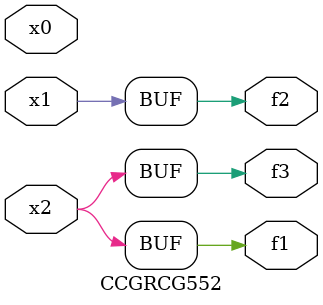
<source format=v>
module CCGRCG552(
	input x0, x1, x2,
	output f1, f2, f3
);
	assign f1 = x2;
	assign f2 = x1;
	assign f3 = x2;
endmodule

</source>
